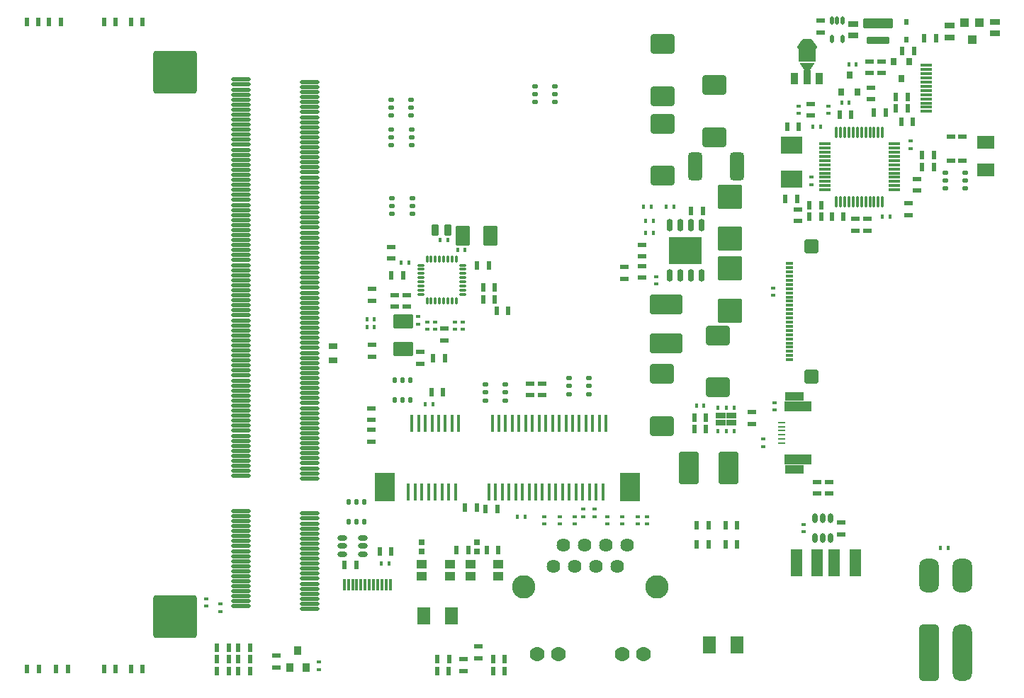
<source format=gbr>
G04 #@! TF.GenerationSoftware,KiCad,Pcbnew,(6.0.0)*
G04 #@! TF.CreationDate,2022-01-15T23:49:18+01:00*
G04 #@! TF.ProjectId,stm32mp1-custom-devboard,73746d33-326d-4703-912d-637573746f6d,V3.0*
G04 #@! TF.SameCoordinates,Original*
G04 #@! TF.FileFunction,Paste,Top*
G04 #@! TF.FilePolarity,Positive*
%FSLAX46Y46*%
G04 Gerber Fmt 4.6, Leading zero omitted, Abs format (unit mm)*
G04 Created by KiCad (PCBNEW (6.0.0)) date 2022-01-15 23:49:18*
%MOMM*%
%LPD*%
G01*
G04 APERTURE LIST*
G04 Aperture macros list*
%AMRoundRect*
0 Rectangle with rounded corners*
0 $1 Rounding radius*
0 $2 $3 $4 $5 $6 $7 $8 $9 X,Y pos of 4 corners*
0 Add a 4 corners polygon primitive as box body*
4,1,4,$2,$3,$4,$5,$6,$7,$8,$9,$2,$3,0*
0 Add four circle primitives for the rounded corners*
1,1,$1+$1,$2,$3*
1,1,$1+$1,$4,$5*
1,1,$1+$1,$6,$7*
1,1,$1+$1,$8,$9*
0 Add four rect primitives between the rounded corners*
20,1,$1+$1,$2,$3,$4,$5,0*
20,1,$1+$1,$4,$5,$6,$7,0*
20,1,$1+$1,$6,$7,$8,$9,0*
20,1,$1+$1,$8,$9,$2,$3,0*%
%AMFreePoly0*
4,1,17,0.568121,0.530998,0.602938,0.497662,1.202938,-0.352338,1.225881,-0.419525,1.208858,-0.488451,1.157273,-0.537231,1.100000,-0.551000,-1.100000,-0.551000,-1.168121,-0.530998,-1.214614,-0.477342,-1.224718,-0.407068,-1.202938,-0.352338,-0.602938,0.497662,-0.547313,0.541780,-0.500000,0.551000,0.500000,0.551000,0.568121,0.530998,0.568121,0.530998,$1*%
%AMFreePoly1*
4,1,5,0.888727,-0.390000,-0.888727,-0.390000,-0.342727,0.390000,0.342727,0.390000,0.888727,-0.390000,0.888727,-0.390000,$1*%
G04 Aperture macros list end*
%ADD10RoundRect,0.066000X0.524000X-0.300000X0.524000X0.300000X-0.524000X0.300000X-0.524000X-0.300000X0*%
%ADD11R,0.552000X1.000000*%
%ADD12RoundRect,0.066000X0.216000X-0.300000X0.216000X0.300000X-0.216000X0.300000X-0.216000X-0.300000X0*%
%ADD13O,0.452000X1.012000*%
%ADD14R,0.592000X0.368000*%
%ADD15R,0.612000X0.388000*%
%ADD16RoundRect,0.370000X-0.500000X0.500000X-0.500000X-0.500000X0.500000X-0.500000X0.500000X0.500000X0*%
%ADD17RoundRect,0.081000X-0.369000X0.075000X-0.369000X-0.075000X0.369000X-0.075000X0.369000X0.075000X0*%
%ADD18RoundRect,0.306000X2.300000X2.244000X-2.300000X2.244000X-2.300000X-2.244000X2.300000X-2.244000X0*%
%ADD19RoundRect,0.150000X1.000000X0.076000X-1.000000X0.076000X-1.000000X-0.076000X1.000000X-0.076000X0*%
%ADD20RoundRect,0.150000X-1.784000X1.000000X-1.784000X-1.000000X1.784000X-1.000000X1.784000X1.000000X0*%
%ADD21RoundRect,0.150000X1.000000X1.784000X-1.000000X1.784000X-1.000000X-1.784000X1.000000X-1.784000X0*%
%ADD22RoundRect,0.017000X0.975000X0.807000X-0.975000X0.807000X-0.975000X-0.807000X0.975000X-0.807000X0*%
%ADD23O,0.731372X1.516000*%
%ADD24R,1.256000X0.752000*%
%ADD25R,0.424000X0.592000*%
%ADD26RoundRect,0.404500X1.053500X-0.787500X1.053500X0.787500X-1.053500X0.787500X-1.053500X-0.787500X0*%
%ADD27R,0.368000X0.592000*%
%ADD28RoundRect,0.183010X1.246632X-1.275080X1.246632X1.275080X-1.246632X1.275080X-1.246632X-1.275080X0*%
%ADD29RoundRect,0.183010X-1.246632X1.275080X-1.246632X-1.275080X1.246632X-1.275080X1.246632X1.275080X0*%
%ADD30R,1.000000X0.552000*%
%ADD31RoundRect,0.404500X-1.053500X0.787500X-1.053500X-0.787500X1.053500X-0.787500X1.053500X0.787500X0*%
%ADD32RoundRect,0.495000X-0.375000X-1.215000X0.375000X-1.215000X0.375000X1.215000X-0.375000X1.215000X0*%
%ADD33RoundRect,0.000000X-0.649500X-0.156000X0.649500X-0.156000X0.649500X0.156000X-0.649500X0.156000X0*%
%ADD34RoundRect,0.081000X-0.075000X-0.568500X0.075000X-0.568500X0.075000X0.568500X-0.075000X0.568500X0*%
%ADD35RoundRect,0.038000X-1.150000X-1.654000X1.150000X-1.654000X1.150000X1.654000X-1.150000X1.654000X0*%
%ADD36R,0.453600X2.100000*%
%ADD37R,2.075840X1.506880*%
%ADD38R,0.644000X0.868000*%
%ADD39R,1.032000X0.584000*%
%ADD40R,0.664000X0.888000*%
%ADD41R,0.920000X1.480000*%
%ADD42FreePoly0,0.000000*%
%ADD43FreePoly1,180.000000*%
%ADD44R,2.064000X1.660800*%
%ADD45R,0.920000X1.816000*%
%ADD46RoundRect,0.014000X-1.230000X0.950000X-1.230000X-0.950000X1.230000X-0.950000X1.230000X0.950000X0*%
%ADD47RoundRect,0.740000X0.410000X-1.250000X0.410000X1.250000X-0.410000X1.250000X-0.410000X-1.250000X0*%
%ADD48RoundRect,0.390000X0.760000X-3.000000X0.760000X3.000000X-0.760000X3.000000X-0.760000X-3.000000X0*%
%ADD49RoundRect,0.890000X0.260000X-2.500000X0.260000X2.500000X-0.260000X2.500000X-0.260000X-2.500000X0*%
%ADD50RoundRect,0.121440X-0.762000X-1.046480X0.762000X-1.046480X0.762000X1.046480X-0.762000X1.046480X0*%
%ADD51RoundRect,0.121440X-1.046480X0.762000X-1.046480X-0.762000X1.046480X-0.762000X1.046480X0.762000X0*%
%ADD52RoundRect,0.068100X-0.317500X-0.601980X0.317500X-0.601980X0.317500X0.601980X-0.317500X0.601980X0*%
%ADD53RoundRect,0.069000X-0.101000X0.325000X-0.101000X-0.325000X0.101000X-0.325000X0.101000X0.325000X0*%
%ADD54RoundRect,0.069000X-0.325000X-0.101000X0.325000X-0.101000X0.325000X0.101000X-0.325000X0.101000X0*%
%ADD55C,1.624640*%
%ADD56C,1.772570*%
%ADD57C,2.796698*%
%ADD58RoundRect,0.097200X-0.560000X-1.545600X0.560000X-1.545600X0.560000X1.545600X-0.560000X1.545600X0*%
%ADD59R,1.506880X2.075840*%
%ADD60O,1.180852X0.620000*%
%ADD61O,0.620000X1.180852*%
%ADD62RoundRect,0.072000X0.350000X0.462000X-0.350000X0.462000X-0.350000X-0.462000X0.350000X-0.462000X0*%
%ADD63R,0.572000X1.020000*%
%ADD64RoundRect,0.121000X1.207000X-0.325000X1.207000X0.325000X-1.207000X0.325000X-1.207000X-0.325000X0*%
%ADD65RoundRect,0.303000X1.501000X-0.325000X1.501000X0.325000X-1.501000X0.325000X-1.501000X-0.325000X0*%
%ADD66RoundRect,0.006000X-0.300000X0.300000X-0.300000X-0.300000X0.300000X-0.300000X0.300000X0.300000X0*%
%ADD67RoundRect,0.066000X-0.524000X0.300000X-0.524000X-0.300000X0.524000X-0.300000X0.524000X0.300000X0*%
%ADD68R,1.148000X1.036000*%
%ADD69RoundRect,0.102000X0.096000X-0.600000X0.096000X0.600000X-0.096000X0.600000X-0.096000X-0.600000X0*%
%ADD70RoundRect,0.124500X-0.237500X-0.097500X0.237500X-0.097500X0.237500X0.097500X-0.237500X0.097500X0*%
%ADD71RoundRect,0.084864X-0.457200X-0.457200X0.457200X-0.457200X0.457200X0.457200X-0.457200X0.457200X0*%
%ADD72RoundRect,0.124500X-0.097500X0.237500X-0.097500X-0.237500X0.097500X-0.237500X0.097500X0.237500X0*%
%ADD73RoundRect,0.124500X0.097500X-0.237500X0.097500X0.237500X-0.097500X0.237500X-0.097500X-0.237500X0*%
%ADD74R,1.132000X0.796000*%
%ADD75RoundRect,0.102000X0.600000X0.096000X-0.600000X0.096000X-0.600000X-0.096000X0.600000X-0.096000X0*%
%ADD76R,2.304000X1.072000*%
%ADD77R,3.256000X1.296000*%
%ADD78R,0.816000X0.256000*%
G04 APERTURE END LIST*
D10*
X193830000Y-65410000D03*
X193830000Y-64010000D03*
D11*
X199700000Y-67240000D03*
X201100000Y-67240000D03*
D12*
X200210000Y-65890000D03*
X200210000Y-63790000D03*
D13*
X192558250Y-63630000D03*
X191908250Y-63630000D03*
X191258250Y-63630000D03*
X191258250Y-65830000D03*
X192558250Y-65830000D03*
D14*
X184230000Y-96460000D03*
X184230000Y-95560000D03*
D15*
X184470000Y-109280000D03*
X184470000Y-110180000D03*
D16*
X188840000Y-90600000D03*
X188840000Y-106200000D03*
D17*
X186180000Y-92660000D03*
X186180000Y-93160000D03*
X186180000Y-93660000D03*
X186180000Y-94160000D03*
X186180000Y-94660000D03*
X186180000Y-95160000D03*
X186180000Y-95660000D03*
X186180000Y-96160000D03*
X186180000Y-96660000D03*
X186180000Y-97160000D03*
X186180000Y-97660000D03*
X186180000Y-98160000D03*
X186180000Y-98660000D03*
X186180000Y-99160000D03*
X186180000Y-99660000D03*
X186180000Y-100160000D03*
X186180000Y-100660000D03*
X186180000Y-101160000D03*
X186180000Y-101660000D03*
X186180000Y-102160000D03*
X186180000Y-102660000D03*
X186180000Y-103160000D03*
X186180000Y-103660000D03*
X186180000Y-104160000D03*
D18*
X112800000Y-134850000D03*
X112800000Y-69740000D03*
D19*
X128900000Y-133950000D03*
X120700000Y-133650000D03*
X128900000Y-133350000D03*
X120700000Y-133050000D03*
X128900000Y-132750000D03*
X120700000Y-132450000D03*
X128900000Y-132150000D03*
X120700000Y-131850000D03*
X128900000Y-131550000D03*
X120700000Y-131250000D03*
X128900000Y-130950000D03*
X120700000Y-130650000D03*
X128900000Y-130350000D03*
X120700000Y-130050000D03*
X128900000Y-129750000D03*
X120700000Y-129450000D03*
X128900000Y-129150000D03*
X120700000Y-128850000D03*
X128900000Y-128550000D03*
X120700000Y-128250000D03*
X128900000Y-127950000D03*
X120700000Y-127650000D03*
X128900000Y-127350000D03*
X120700000Y-127050000D03*
X128900000Y-126750000D03*
X120700000Y-126450000D03*
X128900000Y-126150000D03*
X120700000Y-125850000D03*
X128900000Y-125550000D03*
X120700000Y-125250000D03*
X128900000Y-124950000D03*
X120700000Y-124650000D03*
X128900000Y-124350000D03*
X120700000Y-124050000D03*
X128900000Y-123750000D03*
X120700000Y-123450000D03*
X128900000Y-123150000D03*
X120700000Y-122850000D03*
X128900000Y-122550000D03*
X120700000Y-122250000D03*
X128900000Y-118350000D03*
X120700000Y-118050000D03*
X128900000Y-117750000D03*
X120700000Y-117450000D03*
X128900000Y-117150000D03*
X120700000Y-116850000D03*
X128900000Y-116550000D03*
X120700000Y-116250000D03*
X128900000Y-115950000D03*
X120700000Y-115650000D03*
X128900000Y-115350000D03*
X120700000Y-115050000D03*
X128900000Y-114750000D03*
X120700000Y-114450000D03*
X128900000Y-114150000D03*
X120700000Y-113850000D03*
X128900000Y-113550000D03*
X120700000Y-113250000D03*
X128900000Y-112950000D03*
X120700000Y-112650000D03*
X128900000Y-112350000D03*
X120700000Y-112050000D03*
X128900000Y-111750000D03*
X120700000Y-111450000D03*
X128900000Y-111150000D03*
X120700000Y-110850000D03*
X128900000Y-110550000D03*
X120700000Y-110250000D03*
X128900000Y-109950000D03*
X120700000Y-109650000D03*
X128900000Y-109350000D03*
X120700000Y-109050000D03*
X128900000Y-108750000D03*
X120700000Y-108450000D03*
X128900000Y-108150000D03*
X120700000Y-107850000D03*
X128900000Y-107550000D03*
X120700000Y-107250000D03*
X128900000Y-106950000D03*
X120700000Y-106650000D03*
X128900000Y-106350000D03*
X120700000Y-106050000D03*
X128900000Y-105750000D03*
X120700000Y-105450000D03*
X128900000Y-105150000D03*
X120700000Y-104850000D03*
X128900000Y-104550000D03*
X120700000Y-104250000D03*
X128900000Y-103950000D03*
X120700000Y-103650000D03*
X128900000Y-103350000D03*
X120700000Y-103050000D03*
X128900000Y-102750000D03*
X120700000Y-102450000D03*
X128900000Y-102150000D03*
X120700000Y-101850000D03*
X128900000Y-101550000D03*
X120700000Y-101250000D03*
X128900000Y-100950000D03*
X120700000Y-100650000D03*
X128900000Y-100350000D03*
X120700000Y-100050000D03*
X128900000Y-99750000D03*
X120700000Y-99450000D03*
X128900000Y-99150000D03*
X120700000Y-98850000D03*
X128900000Y-98550000D03*
X120700000Y-98250000D03*
X128900000Y-97950000D03*
X120700000Y-97650000D03*
X128900000Y-97350000D03*
X120700000Y-97050000D03*
X128900000Y-96750000D03*
X120700000Y-96450000D03*
X128900000Y-96150000D03*
X120700000Y-95850000D03*
X128900000Y-95550000D03*
X120700000Y-95250000D03*
X128900000Y-94950000D03*
X120700000Y-94650000D03*
X128900000Y-94350000D03*
X120700000Y-94050000D03*
X128900000Y-93750000D03*
X120700000Y-93450000D03*
X128900000Y-93150000D03*
X120700000Y-92850000D03*
X128900000Y-92550000D03*
X120700000Y-92250000D03*
X128900000Y-91950000D03*
X120700000Y-91650000D03*
X128900000Y-91350000D03*
X120700000Y-91050000D03*
X128900000Y-90750000D03*
X120700000Y-90450000D03*
X128900000Y-90150000D03*
X120700000Y-89850000D03*
X128900000Y-89550000D03*
X120700000Y-89250000D03*
X128900000Y-88950000D03*
X120700000Y-88650000D03*
X128900000Y-88350000D03*
X120700000Y-88050000D03*
X128900000Y-87750000D03*
X120700000Y-87450000D03*
X128900000Y-87150000D03*
X120700000Y-86850000D03*
X128900000Y-86550000D03*
X120700000Y-86250000D03*
X128900000Y-85950000D03*
X120700000Y-85650000D03*
X128900000Y-85350000D03*
X120700000Y-85050000D03*
X128900000Y-84750000D03*
X120700000Y-84450000D03*
X128900000Y-84150000D03*
X120700000Y-83850000D03*
X128900000Y-83550000D03*
X120700000Y-83250000D03*
X128900000Y-82950000D03*
X120700000Y-82650000D03*
X128900000Y-82350000D03*
X120700000Y-82050000D03*
X128900000Y-81750000D03*
X120700000Y-81450000D03*
X128900000Y-81150000D03*
X120700000Y-80850000D03*
X128900000Y-80550000D03*
X120700000Y-80250000D03*
X128900000Y-79950000D03*
X120700000Y-79650000D03*
X128900000Y-79350000D03*
X120700000Y-79050000D03*
X128900000Y-78750000D03*
X120700000Y-78450000D03*
X128900000Y-78150000D03*
X120700000Y-77850000D03*
X128900000Y-77550000D03*
X120700000Y-77250000D03*
X128900000Y-76950000D03*
X120700000Y-76650000D03*
X128900000Y-76350000D03*
X120700000Y-76050000D03*
X128900000Y-75750000D03*
X120700000Y-75450000D03*
X128900000Y-75150000D03*
X120700000Y-74850000D03*
X128900000Y-74550000D03*
X120700000Y-74250000D03*
X128900000Y-73950000D03*
X120700000Y-73650000D03*
X128900000Y-73350000D03*
X120700000Y-73050000D03*
X128900000Y-72750000D03*
X120700000Y-72450000D03*
X128900000Y-72150000D03*
X120700000Y-71850000D03*
X128900000Y-71550000D03*
X120700000Y-71250000D03*
X128900000Y-70950000D03*
X120700000Y-70650000D03*
D20*
X171450000Y-97540000D03*
X171450000Y-102240000D03*
D21*
X178910000Y-117080000D03*
X174210000Y-117080000D03*
D22*
X172860000Y-91850000D03*
X174720000Y-91850000D03*
X174720000Y-90340000D03*
X172860000Y-90340000D03*
D23*
X175725000Y-88090260D03*
X174455000Y-88090260D03*
X173185000Y-88090260D03*
X171915000Y-88090260D03*
X171915000Y-94089740D03*
X173185000Y-94089740D03*
X174455000Y-94089740D03*
X175725000Y-94089740D03*
D24*
X178000000Y-111725000D03*
X178000000Y-110875000D03*
X179300000Y-111725000D03*
X179300000Y-110875000D03*
D25*
X177700000Y-112680000D03*
X178650000Y-112680000D03*
X179600000Y-112680000D03*
X179600000Y-109920000D03*
X178650000Y-109920000D03*
X177700000Y-109920000D03*
D26*
X171090000Y-72630000D03*
X171090000Y-66405000D03*
D27*
X172380000Y-85820000D03*
X171480000Y-85820000D03*
X169710000Y-85820000D03*
X168810000Y-85820000D03*
D28*
X179090000Y-84635240D03*
X179090000Y-89684760D03*
D29*
X179090000Y-98284760D03*
X179090000Y-93235240D03*
D27*
X176000000Y-109640000D03*
X175100000Y-109640000D03*
D26*
X177660000Y-107452500D03*
X177660000Y-101227500D03*
D30*
X166500000Y-94460000D03*
X166500000Y-93060000D03*
D26*
X170940000Y-112082500D03*
X170940000Y-105857500D03*
D31*
X177240000Y-71317500D03*
X177240000Y-77542500D03*
D26*
X171090000Y-82152500D03*
X171090000Y-75927500D03*
D27*
X169020000Y-87560000D03*
X169920000Y-87560000D03*
X169020000Y-89010000D03*
X169920000Y-89010000D03*
D32*
X174980000Y-81030000D03*
X179980000Y-81030000D03*
D11*
X175880000Y-86400000D03*
X174480000Y-86400000D03*
X174860000Y-112450000D03*
X176260000Y-112450000D03*
X176250000Y-111050000D03*
X174850000Y-111050000D03*
D30*
X168640000Y-91810000D03*
X168640000Y-90410000D03*
X168630000Y-92960000D03*
X168630000Y-94360000D03*
X189540000Y-120180000D03*
X189540000Y-118780000D03*
X190930000Y-120180000D03*
X190930000Y-118780000D03*
X200410000Y-86870000D03*
X200410000Y-85470000D03*
D27*
X198240000Y-87080000D03*
X197340000Y-87080000D03*
X189940000Y-76330000D03*
X189040000Y-76330000D03*
D14*
X190850000Y-74700000D03*
X190850000Y-73800000D03*
X200690000Y-77990000D03*
X200690000Y-78890000D03*
D15*
X188820000Y-82340000D03*
X188820000Y-83240000D03*
D33*
X190407500Y-78340000D03*
X190407500Y-78840000D03*
X190407500Y-79340000D03*
X190407500Y-79840000D03*
X190407500Y-80340000D03*
X190407500Y-80840000D03*
X190407500Y-81340000D03*
X190407500Y-81840000D03*
X190407500Y-82340000D03*
X190407500Y-82840000D03*
X190407500Y-83340000D03*
X190407500Y-83840000D03*
D34*
X191820000Y-85252500D03*
X192320000Y-85252500D03*
X192820000Y-85252500D03*
X193320000Y-85252500D03*
X193820000Y-85252500D03*
X194320000Y-85252500D03*
X194820000Y-85252500D03*
X195320000Y-85252500D03*
X195820000Y-85252500D03*
X196320000Y-85252500D03*
X196820000Y-85252500D03*
X197320000Y-85252500D03*
D33*
X198732500Y-83840000D03*
X198732500Y-83340000D03*
X198732500Y-82840000D03*
X198732500Y-82340000D03*
X198732500Y-81840000D03*
X198732500Y-81340000D03*
X198732500Y-80840000D03*
X198732500Y-80340000D03*
X198732500Y-79840000D03*
X198732500Y-79340000D03*
X198732500Y-78840000D03*
X198732500Y-78340000D03*
D34*
X197320000Y-76927500D03*
X196820000Y-76927500D03*
X196320000Y-76927500D03*
X195820000Y-76927500D03*
X195320000Y-76927500D03*
X194820000Y-76927500D03*
X194320000Y-76927500D03*
X193820000Y-76927500D03*
X193320000Y-76927500D03*
X192820000Y-76927500D03*
X192320000Y-76927500D03*
X191820000Y-76927500D03*
D35*
X167150000Y-119387500D03*
X137850000Y-119387500D03*
D36*
X140700000Y-119987500D03*
X141100000Y-111787500D03*
X141500000Y-119987500D03*
X141900000Y-111787500D03*
X142300000Y-119987500D03*
X142700000Y-111787500D03*
X143100000Y-119987500D03*
X143500000Y-111787500D03*
X143900000Y-119987500D03*
X144300000Y-111787500D03*
X144700000Y-119987500D03*
X145100000Y-111787500D03*
X145500000Y-119987500D03*
X145900000Y-111787500D03*
X146300000Y-119987500D03*
X146700000Y-111787500D03*
X150300000Y-119987500D03*
X150700000Y-111787500D03*
X151100000Y-119987500D03*
X151500000Y-111787500D03*
X151900000Y-119987500D03*
X152300000Y-111787500D03*
X152700000Y-119987500D03*
X153100000Y-111787500D03*
X153500000Y-119987500D03*
X153900000Y-111787500D03*
X154300000Y-119987500D03*
X154700000Y-111787500D03*
X155100000Y-119987500D03*
X155500000Y-111787500D03*
X155900000Y-119987500D03*
X156300000Y-111787500D03*
X156700000Y-119987500D03*
X157100000Y-111787500D03*
X157500000Y-119987500D03*
X157900000Y-111787500D03*
X158300000Y-119987500D03*
X158700000Y-111787500D03*
X159100000Y-119987500D03*
X159500000Y-111787500D03*
X159900000Y-119987500D03*
X160300000Y-111787500D03*
X160700000Y-119987500D03*
X161100000Y-111787500D03*
X161500000Y-119987500D03*
X161900000Y-111787500D03*
X162300000Y-119987500D03*
X162700000Y-111787500D03*
X163100000Y-119987500D03*
X163500000Y-111787500D03*
X163900000Y-119987500D03*
X164300000Y-111787500D03*
D37*
X209660000Y-81441000D03*
X209660000Y-78139000D03*
D14*
X187300000Y-74700000D03*
X187300000Y-73800000D03*
D27*
X192450000Y-73440000D03*
X193350000Y-73440000D03*
D30*
X195960000Y-73000000D03*
X195960000Y-71600000D03*
D11*
X185940000Y-76290000D03*
X187340000Y-76290000D03*
X187140000Y-84890000D03*
X185740000Y-84890000D03*
D38*
X192430000Y-72120000D03*
X194330000Y-72120000D03*
X193380000Y-70120000D03*
D39*
X205510000Y-80360000D03*
X205510000Y-77460000D03*
X206910000Y-80360000D03*
X206910000Y-77460000D03*
D40*
X200540000Y-68540000D03*
X198640000Y-68540000D03*
X199590000Y-70540000D03*
D30*
X188740000Y-73550000D03*
X188740000Y-74950000D03*
D11*
X203710000Y-65750000D03*
X202310000Y-65750000D03*
D30*
X195810000Y-69890000D03*
X195810000Y-68490000D03*
D11*
X198940000Y-74120000D03*
X200340000Y-74120000D03*
X200350000Y-72720000D03*
X198950000Y-72720000D03*
D30*
X197220000Y-68490000D03*
X197220000Y-69890000D03*
D11*
X199580000Y-75690000D03*
X200980000Y-75690000D03*
X203460000Y-79710000D03*
X202060000Y-79710000D03*
X203450000Y-81100000D03*
X202050000Y-81100000D03*
X190000000Y-85660000D03*
X188600000Y-85660000D03*
D30*
X187260000Y-86160000D03*
X187260000Y-87560000D03*
D11*
X189990000Y-87060000D03*
X188590000Y-87060000D03*
X192210000Y-74860000D03*
X193610000Y-74860000D03*
X192680000Y-87060000D03*
X191280000Y-87060000D03*
D30*
X201450000Y-82550000D03*
X201450000Y-83950000D03*
D11*
X197720000Y-74590000D03*
X196320000Y-74590000D03*
D41*
X186790000Y-70495000D03*
D42*
X188290000Y-66348000D03*
D43*
X188290000Y-69091200D03*
D44*
X188290000Y-67681500D03*
D45*
X188290000Y-70348500D03*
D41*
X189790000Y-70495000D03*
D46*
X186470000Y-78490000D03*
X186470000Y-82589999D03*
D47*
X202900000Y-129990000D03*
D48*
X202900000Y-139240000D03*
D47*
X206900000Y-129990000D03*
D49*
X206900000Y-139240000D03*
D50*
X147149000Y-89320000D03*
X150451000Y-89320000D03*
D27*
X146550000Y-91040000D03*
X147450000Y-91040000D03*
D14*
X141870000Y-99020000D03*
X141870000Y-99920000D03*
D27*
X145372560Y-89870440D03*
X144472560Y-89870440D03*
D51*
X140100000Y-99609000D03*
X140100000Y-102911000D03*
D14*
X162940000Y-122930000D03*
X162940000Y-122030000D03*
D27*
X154620000Y-122910000D03*
X153720000Y-122910000D03*
D14*
X161540000Y-122030000D03*
X161540000Y-122930000D03*
X166240000Y-122920000D03*
X166240000Y-123820000D03*
D52*
X143888000Y-88620000D03*
X145412000Y-88620000D03*
D11*
X145050000Y-103990000D03*
X143650000Y-103990000D03*
D30*
X142140000Y-104650000D03*
X142140000Y-103250000D03*
X145010000Y-101820000D03*
X145010000Y-100420000D03*
X139080000Y-97820000D03*
X139080000Y-96420000D03*
X140470000Y-97820000D03*
X140470000Y-96420000D03*
D14*
X143860000Y-99620000D03*
X143860000Y-100520000D03*
D30*
X136310000Y-95710000D03*
X136310000Y-97110000D03*
X136310000Y-103780000D03*
X136310000Y-102380000D03*
D14*
X142920000Y-99620000D03*
X142920000Y-100520000D03*
X147160000Y-99630000D03*
X147160000Y-100530000D03*
D30*
X138630000Y-90680000D03*
X138630000Y-92080000D03*
D11*
X138630000Y-94090000D03*
X140030000Y-94090000D03*
X150280000Y-92850000D03*
X148880000Y-92850000D03*
D27*
X140740000Y-92520000D03*
X139840000Y-92520000D03*
D30*
X147230000Y-139970000D03*
X147230000Y-141370000D03*
X149000000Y-139860000D03*
X149000000Y-138460000D03*
D11*
X144130000Y-139940000D03*
X145530000Y-139940000D03*
X145520000Y-141380000D03*
X144120000Y-141380000D03*
X152200000Y-139940000D03*
X150800000Y-139940000D03*
X152200000Y-141380000D03*
X150800000Y-141380000D03*
D14*
X160520000Y-123820000D03*
X160520000Y-122920000D03*
X156880000Y-123820000D03*
X156880000Y-122920000D03*
X164430000Y-123820000D03*
X164430000Y-122920000D03*
X158760000Y-123820000D03*
X158760000Y-122920000D03*
D53*
X146410000Y-92100000D03*
X145910000Y-92100000D03*
X145410000Y-92100000D03*
X144910000Y-92100000D03*
X144410000Y-92100000D03*
X143910000Y-92100000D03*
X143410000Y-92100000D03*
X142910000Y-92100000D03*
D54*
X142160000Y-92850000D03*
X142160000Y-93350000D03*
X142160000Y-93850000D03*
X142160000Y-94350000D03*
X142160000Y-94850000D03*
X142160000Y-95350000D03*
X142160000Y-95850000D03*
X142160000Y-96350000D03*
D53*
X142910000Y-97100000D03*
X143410000Y-97100000D03*
X143910000Y-97100000D03*
X144410000Y-97100000D03*
X144910000Y-97100000D03*
X145410000Y-97100000D03*
X145910000Y-97100000D03*
X146410000Y-97100000D03*
D54*
X147160000Y-96360000D03*
X147160000Y-95850000D03*
X147160000Y-95350000D03*
X147160000Y-94850000D03*
X147160000Y-94350000D03*
X147160000Y-93850000D03*
X147160000Y-93350000D03*
X147160000Y-92850000D03*
D55*
X157980080Y-128880000D03*
X159242460Y-126340000D03*
X160520080Y-128880000D03*
X161782460Y-126340000D03*
X163057540Y-128880000D03*
X164319920Y-126340000D03*
X165597540Y-128880000D03*
X166859920Y-126340000D03*
D56*
X156095400Y-139339720D03*
X158635400Y-139339720D03*
X166204600Y-139339720D03*
X168744600Y-139339720D03*
D57*
X154472340Y-131331100D03*
X170367660Y-131331100D03*
D58*
X187050000Y-128470000D03*
X189550000Y-128470000D03*
X191550000Y-128470000D03*
X194050000Y-128470000D03*
D14*
X183100000Y-113670000D03*
X183100000Y-114570000D03*
D27*
X193290000Y-68820000D03*
X194190000Y-68820000D03*
D11*
X137230000Y-127110000D03*
X138630000Y-127110000D03*
D59*
X176679000Y-138310000D03*
X179981000Y-138310000D03*
D27*
X137480000Y-128530000D03*
X138380000Y-128530000D03*
D30*
X192410000Y-123630000D03*
X192410000Y-125030000D03*
D14*
X187920000Y-123850000D03*
X187920000Y-124750000D03*
D59*
X145861000Y-134810000D03*
X142559000Y-134810000D03*
D30*
X181760000Y-110410000D03*
X181760000Y-111810000D03*
D11*
X143440000Y-108070000D03*
X144840000Y-108070000D03*
D14*
X170280000Y-95130000D03*
X170280000Y-94230000D03*
D27*
X142680000Y-109490000D03*
X143580000Y-109490000D03*
D60*
X132820000Y-125495000D03*
X132820000Y-126445000D03*
X132820000Y-127395000D03*
X135220000Y-127395000D03*
X135220000Y-126445000D03*
X135220000Y-125495000D03*
D61*
X191140000Y-123110000D03*
X190190000Y-123110000D03*
X189240000Y-123110000D03*
X189240000Y-125510000D03*
X190190000Y-125510000D03*
X191140000Y-125510000D03*
D27*
X205180000Y-126690000D03*
X204280000Y-126690000D03*
D11*
X133080000Y-128690000D03*
X134480000Y-128690000D03*
D14*
X118200000Y-133390000D03*
X118200000Y-134290000D03*
X116560000Y-132730000D03*
X116560000Y-133630000D03*
D11*
X121750000Y-141410000D03*
X120350000Y-141410000D03*
X119240000Y-141400000D03*
X117840000Y-141400000D03*
X121750000Y-139990000D03*
X120350000Y-139990000D03*
X119240000Y-139990000D03*
X117840000Y-139990000D03*
X121770000Y-138580000D03*
X120370000Y-138580000D03*
X119220000Y-138580000D03*
X117820000Y-138580000D03*
D62*
X126540000Y-140970000D03*
X128440000Y-140970000D03*
X127490000Y-138970000D03*
D14*
X130030000Y-140300000D03*
X130030000Y-141200000D03*
D11*
X99140000Y-63720000D03*
X97740000Y-63720000D03*
D30*
X136280000Y-112550000D03*
X136280000Y-113950000D03*
X136280000Y-111380000D03*
X136280000Y-109980000D03*
D63*
X95140000Y-141155001D03*
X96540000Y-141155001D03*
D11*
X99990000Y-141155001D03*
X98590000Y-141155001D03*
D63*
X95090000Y-63720000D03*
X96490000Y-63720000D03*
D64*
X196780000Y-65990000D03*
D65*
X196780000Y-63890000D03*
D30*
X124950000Y-139560000D03*
X124950000Y-140960000D03*
X156620000Y-107000000D03*
X156620000Y-108400000D03*
D27*
X136620000Y-100280000D03*
X135720000Y-100280000D03*
D66*
X142280000Y-125990000D03*
X142280000Y-127090000D03*
D67*
X205350000Y-64210000D03*
X205350000Y-65610000D03*
D11*
X149600000Y-95500000D03*
X151000000Y-95500000D03*
D68*
X148070000Y-128580000D03*
X148070000Y-130030000D03*
X151420000Y-128580000D03*
X151420000Y-130030000D03*
D30*
X155230000Y-107000000D03*
X155230000Y-108400000D03*
D63*
X108920000Y-63720000D03*
X107520000Y-63720000D03*
D69*
X133015000Y-131065000D03*
X133515000Y-131065000D03*
X134015000Y-131065000D03*
X134515000Y-131065000D03*
X135015000Y-131065000D03*
X135515000Y-131065000D03*
X136015000Y-131065000D03*
X136515000Y-131065000D03*
X137015000Y-131065000D03*
X137515000Y-131065000D03*
X138015000Y-131065000D03*
X138515000Y-131065000D03*
D70*
X204820000Y-81800000D03*
X204820000Y-82750000D03*
X204820000Y-83700000D03*
X207220000Y-83700000D03*
X207220000Y-82750000D03*
X207220000Y-81800000D03*
D71*
X208929000Y-63804000D03*
X207151000Y-63804000D03*
X208040000Y-65836000D03*
D70*
X159860000Y-106360000D03*
X159860000Y-107310000D03*
X159860000Y-108260000D03*
X162260000Y-108260000D03*
X162260000Y-107310000D03*
X162260000Y-106360000D03*
D30*
X194120000Y-88700000D03*
X194120000Y-87300000D03*
D11*
X178580000Y-123920000D03*
X179980000Y-123920000D03*
D72*
X140920000Y-106610000D03*
X139970000Y-106610000D03*
X139020000Y-106610000D03*
X139020000Y-109010000D03*
X139970000Y-109010000D03*
X140920000Y-109010000D03*
D70*
X138630000Y-73050000D03*
X138630000Y-74000000D03*
X138630000Y-74950000D03*
X141030000Y-74950000D03*
X141030000Y-74000000D03*
X141030000Y-73050000D03*
D30*
X189940000Y-63610000D03*
X189940000Y-65010000D03*
D73*
X133510000Y-123540000D03*
X134460000Y-123540000D03*
X135410000Y-123540000D03*
X135410000Y-121140000D03*
X134460000Y-121140000D03*
X133510000Y-121140000D03*
D70*
X138640000Y-76610000D03*
X138640000Y-77560000D03*
X138640000Y-78510000D03*
X141040000Y-78510000D03*
X141040000Y-77560000D03*
X141040000Y-76610000D03*
D66*
X148910000Y-125990000D03*
X148910000Y-127090000D03*
D63*
X178580000Y-126270000D03*
X179980000Y-126270000D03*
D11*
X175130000Y-126270000D03*
X176530000Y-126270000D03*
D30*
X195520000Y-88700000D03*
X195520000Y-87300000D03*
D63*
X176530000Y-123920000D03*
X175130000Y-123920000D03*
D11*
X149600000Y-96930000D03*
X151000000Y-96930000D03*
D70*
X149870000Y-107120000D03*
X149870000Y-108070000D03*
X149870000Y-109020000D03*
X152270000Y-109020000D03*
X152270000Y-108070000D03*
X152270000Y-107120000D03*
X138740000Y-84810000D03*
X138740000Y-85760000D03*
X138740000Y-86710000D03*
X141140000Y-86710000D03*
X141140000Y-85760000D03*
X141140000Y-84810000D03*
D11*
X104320000Y-63720000D03*
X105720000Y-63720000D03*
X148840000Y-121870000D03*
X147440000Y-121870000D03*
D68*
X142280000Y-128580000D03*
X142280000Y-130030000D03*
X145630000Y-128580000D03*
X145630000Y-130030000D03*
D27*
X136620000Y-99330000D03*
X135720000Y-99330000D03*
D11*
X147815000Y-126915000D03*
X146415000Y-126915000D03*
D74*
X131690000Y-102550000D03*
X131690000Y-104250000D03*
D14*
X168090000Y-122930000D03*
X168090000Y-123830000D03*
D75*
X202539992Y-74459991D03*
X202539992Y-73959991D03*
X202539992Y-73459991D03*
X202539992Y-72959991D03*
X202539992Y-72459991D03*
X202539992Y-71959991D03*
X202539992Y-71459991D03*
X202539992Y-70959991D03*
X202539992Y-70459991D03*
X202539992Y-69959991D03*
X202539992Y-69459991D03*
X202539992Y-68959991D03*
D11*
X152610000Y-98340000D03*
X151210000Y-98340000D03*
D10*
X210730000Y-65130000D03*
X210730000Y-63730000D03*
D11*
X151320000Y-122050000D03*
X149920000Y-122050000D03*
D63*
X108920000Y-141155001D03*
X107520000Y-141155001D03*
D14*
X169180000Y-122930000D03*
X169180000Y-123830000D03*
D70*
X155790000Y-71470000D03*
X155790000Y-72420000D03*
X155790000Y-73370000D03*
X158190000Y-73370000D03*
X158190000Y-72420000D03*
X158190000Y-71470000D03*
D11*
X150035000Y-126915000D03*
X151435000Y-126915000D03*
X104320000Y-141155001D03*
X105720000Y-141155001D03*
D14*
X146230000Y-99620000D03*
X146230000Y-100520000D03*
D76*
X186797500Y-117250000D03*
D77*
X187222500Y-109750000D03*
X187222500Y-116050000D03*
D76*
X186797500Y-108550000D03*
D78*
X185297500Y-114150000D03*
X185297500Y-113650000D03*
X185297500Y-113150000D03*
X185297500Y-112650000D03*
X185297500Y-112150000D03*
X185297500Y-111650000D03*
M02*

</source>
